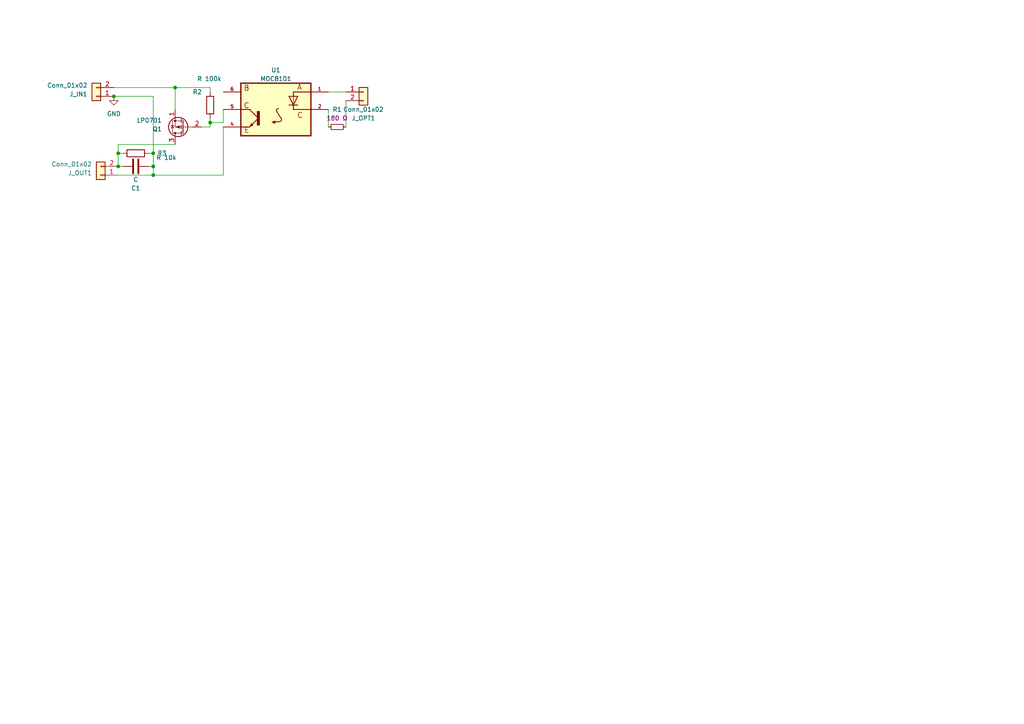
<source format=kicad_sch>
(kicad_sch (version 20220914) (generator eeschema)
  (paper "A4")
  (lib_symbols
    (symbol "Connector_Generic:Conn_01x02" (pin_names (offset 1.016) hide)
      (property "Reference" "J" (at 0 2.54 0))
      (property "Value" "Conn_01x02" (at 0 -5.08 0))
      (symbol "Conn_01x02_1_1"
        (rectangle (start -1.27 -2.413) (end 0 -2.667) (stroke (width 0.1524)))
        (rectangle (start -1.27 0.127) (end 0 -0.127) (stroke (width 0.1524)))
        (rectangle (start -1.27 1.27) (end 1.27 -3.81) (stroke (width 0.254)) (fill (type background)))
        (pin passive line (at -5.08 0 0) (length 3.81) (name "Pin_1") (number "1"))
        (pin passive line (at -5.08 -2.54 0) (length 3.81) (name "Pin_2") (number "2"))
      )
    )
    (symbol "Device:C" (pin_numbers hide) (pin_names (offset 0.254))
      (property "Reference" "C" (at 0.635 2.54 0))
      (property "Value" "C" (at 0.635 -2.54 0))
      (symbol "C_0_1"
        (polyline (pts (xy -2.032 -0.762) (xy 2.032 -0.762)) (stroke (width 0.508)))
        (polyline (pts (xy -2.032 0.762) (xy 2.032 0.762)) (stroke (width 0.508)))
      )
      (symbol "C_1_1"
        (pin passive line (at 0 3.81 270) (length 2.794) (name "~") (number "1"))
        (pin passive line (at 0 -3.81 90) (length 2.794) (name "~") (number "2"))
      )
    )
    (symbol "Device:R" (pin_numbers hide) (pin_names (offset 0))
      (property "Reference" "R" (at 2.032 0 90))
      (property "Value" "R" (at 0 0 90))
      (symbol "R_0_1"
        (rectangle (start -1.016 -2.54) (end 1.016 2.54) (stroke (width 0.254)))
      )
      (symbol "R_1_1"
        (pin passive line (at 0 3.81 270) (length 1.27) (name "~") (number "1"))
        (pin passive line (at 0 -3.81 90) (length 1.27) (name "~") (number "2"))
      )
    )
    (symbol "localparts:LP0701" (pin_names hide)
      (property "Reference" "Q" (at 5.08 1.905 0))
      (property "Value" "LP0701" (at 5.08 0 0))
      (symbol "LP0701_0_1"
        (polyline (pts (xy 0.254 0) (xy -2.54 0)))
        (polyline (pts (xy 0.254 1.905) (xy 0.254 -1.905)) (stroke (width 0.254)))
        (polyline (pts (xy 0.762 -1.27) (xy 0.762 -2.286)) (stroke (width 0.254)))
        (polyline (pts (xy 0.762 0.508) (xy 0.762 -0.508)) (stroke (width 0.254)))
        (polyline (pts (xy 0.762 2.286) (xy 0.762 1.27)) (stroke (width 0.254)))
        (polyline (pts (xy 2.54 2.54) (xy 2.54 1.778)))
        (polyline (pts (xy 2.54 -2.54) (xy 2.54 0) (xy 0.762 0)))
        (polyline (pts (xy 0.762 1.778) (xy 3.302 1.778) (xy 3.302 -1.778) (xy 0.762 -1.778)))
        (polyline (pts (xy 2.286 0) (xy 1.27 0.381) (xy 1.27 -0.381) (xy 2.286 0)) (fill (type outline)))
        (polyline (pts (xy 2.794 -0.508) (xy 2.921 -0.381) (xy 3.683 -0.381) (xy 3.81 -0.254)))
        (polyline (pts (xy 3.302 -0.381) (xy 2.921 0.254) (xy 3.683 0.254) (xy 3.302 -0.381)))
        (circle (center 1.651 0) (radius 2.794) (stroke (width 0.254)))
        (circle (center 2.54 -1.778) (radius 0.254) (fill (type outline)))
        (circle (center 2.54 1.778) (radius 0.254) (fill (type outline)))
      )
      (symbol "LP0701_1_1"
        (pin passive line (at 2.54 -5.08 90) (length 2.54) (name "S") (number "1"))
        (pin input line (at -5.08 0 0) (length 2.54) (name "G") (number "2"))
        (pin passive line (at 2.54 5.08 270) (length 2.54) (name "D") (number "3"))
      )
    )
    (symbol "localparts:R_180_0603" (pin_numbers hide) (pin_names (offset 0.254) hide)
      (property "Reference" "R" (at -1.27 1.143 0))
      (property "Display" "180 Ω" (at -1.27 -1.016 0))
      (symbol "R_180_0603_0_1"
        (rectangle (start -0.762 1.778) (end 0.762 -1.778) (stroke (width 0.2032)))
      )
      (symbol "R_180_0603_1_1"
        (pin passive line (at 0 2.54 270) (length 0.762) (name "~") (number "1"))
        (pin passive line (at 0 -2.54 90) (length 0.762) (name "~") (number "2"))
      )
    )
    (symbol "localstuff:GND" (power) (pin_names (offset 0))
      (property "Value" "GND" (at 0 -3.81 0))
      (symbol "GND_0_1"
        (polyline (pts (xy 0 0) (xy 0 -1.27) (xy 1.27 -1.27) (xy 0 -2.54) (xy -1.27 -1.27) (xy 0 -1.27)))
      )
      (symbol "GND_1_1"
        (pin power_in line (at 0 0 270) (length 0) hide (name "GND") (number "1"))
      )
    )
    (symbol "localstuff:MOC8101" (pin_names (offset 1.016))
      (property "Reference" "U" (at -5.0872 8.1396 0))
      (property "Value" "MOC8101" (at -5.0875 -10.1751 0))
      (symbol "MOC8101_0_0"
        (rectangle (start -10.16 7.62) (end 10.16 -7.62) (stroke (width 0.4064)) (fill (type background)))
        (arc (start -1.524 -2.54) (mid -1.5843 -3.2043) (end -1.016 -3.556) (stroke (width 0.254)))
        (arc (start -1.524 -2.54) (mid -0.8458 -1.551) (end -0.254 -0.508) (stroke (width 0.254)))
        (arc (start -0.254 -0.508) (mid -0.2843 0.0221) (end -0.762 0.254) (stroke (width 0.254)))
        (polyline (pts (xy -10.16 5.08) (xy -5.08 5.08)) (stroke (width 0.254)))
        (polyline (pts (xy -5.08 0) (xy -10.16 0)) (stroke (width 0.254)))
        (polyline (pts (xy -5.08 1.27) (xy -6.35 1.27)) (stroke (width 0.254)))
        (polyline (pts (xy -5.08 1.27) (xy -6.35 3.81)) (stroke (width 0.254)))
        (polyline (pts (xy -5.08 1.27) (xy -5.08 0)) (stroke (width 0.254)))
        (polyline (pts (xy -5.08 3.81) (xy -6.35 3.81)) (stroke (width 0.254)))
        (polyline (pts (xy -5.08 3.81) (xy -5.08 1.27)) (stroke (width 0.1524)))
        (polyline (pts (xy -5.08 3.81) (xy -5.08 5.08)) (stroke (width 0.254)))
        (polyline (pts (xy -3.81 1.27) (xy -5.08 1.27)) (stroke (width 0.254)))
        (polyline (pts (xy -3.81 3.81) (xy -5.08 1.27)) (stroke (width 0.254)))
        (polyline (pts (xy -3.81 3.81) (xy -5.08 3.81)) (stroke (width 0.254)))
        (polyline (pts (xy 0.254 -3.556) (xy -1.016 -3.556)) (stroke (width 0.254)))
        (polyline (pts (xy 5.08 -2.54) (xy 7.62 -5.08)) (stroke (width 0.254)))
        (polyline (pts (xy 7.62 0) (xy 5.08 -2.54)) (stroke (width 0.254)))
        (polyline (pts (xy 10.16 -5.08) (xy 7.62 -5.08)) (stroke (width 0.254)))
        (polyline (pts (xy 10.16 0) (xy 7.62 0)) (stroke (width 0.254)))
        (polyline (pts (xy 1.143 -3.683) (xy 0.254 -3.302) (xy 0.254 -4.064) (xy 1.143 -3.683)) (stroke (width 0.1524)) (fill (type outline)))
        (polyline (pts (xy 7.493 -4.953) (xy 7.112 -4.064) (xy 6.604 -4.572) (xy 7.493 -4.953)) (stroke (width 0.1524)) (fill (type outline)))
        (rectangle (start 4.7052 -0.508) (end 5.461 -4.578) (stroke (width 0.1)) (fill (type outline)))
        (text "A" (at -7.6243 5.5912 0) (effects (font (size 1.5249 1.5249)) (justify left bottom)))
        (text "B" (at 7.6286 5.3401 0) (effects (font (size 1.5257 1.5257)) (justify left bottom)))
        (text "C" (at -7.874 -2.54 0) (effects (font (size 1.5256 1.5256)) (justify left bottom)))
        (text "C" (at 7.6342 0.2545 0) (effects (font (size 1.5268 1.5268)) (justify left bottom)))
        (text "E" (at 7.6265 -6.8638 0) (effects (font (size 1.5253 1.5253)) (justify left bottom)))
        (pin passive line (at -15.24 5.08 0) (length 5.08) (name "~") (number "1"))
        (pin passive line (at -15.24 0 0) (length 5.08) (name "~") (number "2"))
        (pin passive line (at 15.24 -5.08 180) (length 5.08) (name "~") (number "4"))
        (pin passive line (at 15.24 0 180) (length 5.08) (name "~") (number "5"))
        (pin passive line (at 15.24 5.08 180) (length 5.08) (name "~") (number "6"))
      )
    )
  )
  (junction (at 50.8 25.4))
  (junction (at 44.45 50.8))
  (junction (at 44.45 44.45))
  (junction (at 33.02 27.94))
  (junction (at 34.29 48.26))
  (junction (at 60.96 35.56))
  (junction (at 44.45 48.26))
  (junction (at 34.29 44.45))
  (wire (pts (xy 34.29 44.45) (xy 34.29 48.26)))
  (wire (pts (xy 64.77 50.8) (xy 44.45 50.8)))
  (wire (pts (xy 43.18 44.45) (xy 44.45 44.45)))
  (wire (pts (xy 64.77 36.83) (xy 64.77 50.8)))
  (wire (pts (xy 44.45 50.8) (xy 34.29 50.8)))
  (wire (pts (xy 64.77 31.75) (xy 64.77 35.56)))
  (wire (pts (xy 34.29 44.45) (xy 35.56 44.45)))
  (wire (pts (xy 60.96 35.56) (xy 60.96 36.83)))
  (wire (pts (xy 44.45 27.94) (xy 44.45 44.45)))
  (wire (pts (xy 60.96 36.83) (xy 58.42 36.83)))
  (wire (pts (xy 33.02 25.4) (xy 50.8 25.4)))
  (wire (pts (xy 95.25 26.67) (xy 100.33 26.67)))
  (wire (pts (xy 50.8 41.91) (xy 34.29 41.91)))
  (wire (pts (xy 44.45 27.94) (xy 33.02 27.94)))
  (wire (pts (xy 50.8 25.4) (xy 50.8 31.75)))
  (wire (pts (xy 50.8 25.4) (xy 60.96 25.4)))
  (wire (pts (xy 34.29 41.91) (xy 34.29 44.45)))
  (wire (pts (xy 95.25 31.75) (xy 95.25 36.83)))
  (wire (pts (xy 44.45 48.26) (xy 44.45 50.8)))
  (wire (pts (xy 100.33 29.21) (xy 100.33 36.83)))
  (wire (pts (xy 43.18 48.26) (xy 44.45 48.26)))
  (wire (pts (xy 64.77 35.56) (xy 60.96 35.56)))
  (wire (pts (xy 34.29 48.26) (xy 35.56 48.26)))
  (wire (pts (xy 60.96 34.29) (xy 60.96 35.56)))
  (wire (pts (xy 60.96 25.4) (xy 60.96 26.67)))
  (wire (pts (xy 44.45 44.45) (xy 44.45 48.26)))
  (symbol (lib_id "localstuff:GND") (at 33.02 27.94 0) (unit 1)
    (default_instance (reference "#PWR?") (unit 1) (value "GND") (footprint ""))
    (property "Reference" "#PWR0101" (effects hide))
    (property "Value" "GND" (at 33.02 33.02 0))
  )
  (symbol (lib_id "localparts:LP0701") (at 53.34 36.83 180) (unit 1)
    (default_instance (reference "Q1") (unit 1) (value "LP0701") (footprint "Package_TO_SOT_THT:TO-92_Inline"))
    (property "Reference" "Q1" (at 46.99 37.465 0) (effects (justify left)))
    (property "Value" "LP0701" (at 46.99 34.925 0) (effects (justify left)))
    (property "Footprint" "Package_TO_SOT_THT:TO-92_Inline" (effects hide))
  )
  (symbol (lib_id "Connector_Generic:Conn_01x02") (at 29.21 50.8 180) (unit 1)
    (default_instance (reference "J1") (unit 1) (value "Conn_01x02") (footprint ""))
    (property "Reference" "J_OUT1" (at 26.67 50.165 0) (effects (justify left)))
    (property "Value" "Conn_01x02" (at 26.67 47.625 0) (effects (justify left)))
    (property "Footprint" "localstuff:1X02_GN" (effects hide))
  )
  (symbol (lib_id "localparts:R_180_0603") (at 97.79 36.83 90) (unit 1)
    (default_instance (reference "R1") (unit 1) (value "R_180_0603") (footprint "Resistor_SMD:R_0603_1608Metric"))
    (property "Reference" "R1" (at 97.79 31.75 90))
    (property "Value" "R_180_0603" (effects hide))
    (property "Footprint" "Resistor_THT:R_Axial_DIN0204_L3.6mm_D1.6mm_P2.54mm_Vertical" (effects hide))
    (property "Display" "180 Ω" (at 97.79 34.29 90))
  )
  (symbol (lib_id "Connector_Generic:Conn_01x02") (at 27.94 27.94 180) (unit 1)
    (default_instance (reference "J1") (unit 1) (value "Conn_01x02") (footprint ""))
    (property "Reference" "J_IN1" (at 25.4 27.305 0) (effects (justify left)))
    (property "Value" "Conn_01x02" (at 25.4 24.765 0) (effects (justify left)))
    (property "Footprint" "localstuff:1X02_GN" (effects hide))
  )
  (symbol (lib_id "Connector_Generic:Conn_01x02") (at 105.41 26.67 0) (unit 1)
    (default_instance (reference "J1") (unit 1) (value "Conn_01x02") (footprint ""))
    (property "Reference" "J_OPT1" (at 105.41 34.29 0))
    (property "Value" "Conn_01x02" (at 105.41 31.75 0))
    (property "Footprint" "localstuff:1X02_GN" (effects hide))
  )
  (symbol (lib_id "Device:R") (at 60.96 30.48 0) (unit 1)
    (default_instance (reference "R2") (unit 1) (value "R") (footprint ""))
    (property "Reference" "R2" (at 55.88 26.67 0) (effects (justify left)))
    (property "Value" "R 100k" (at 57.15 22.86 0) (effects (justify left)))
    (property "Footprint" "Resistor_THT:R_Axial_DIN0204_L3.6mm_D1.6mm_P2.54mm_Vertical" (effects hide))
  )
  (symbol (lib_id "Device:R") (at 39.37 44.45 90) (unit 1)
    (default_instance (reference "R2") (unit 1) (value "R") (footprint ""))
    (property "Reference" "R3" (at 46.99 44.45 90))
    (property "Value" "R 10k" (at 48.26 45.72 90))
    (property "Footprint" "Resistor_THT:R_Axial_DIN0204_L3.6mm_D1.6mm_P2.54mm_Vertical" (effects hide))
  )
  (symbol (lib_id "Device:C") (at 39.37 48.26 90) (unit 1)
    (default_instance (reference "C1") (unit 1) (value "C") (footprint ""))
    (property "Reference" "C1" (at 39.37 54.61 90))
    (property "Value" "C" (at 39.37 52.07 90))
    (property "Footprint" "Capacitor_THT:C_Disc_D5.0mm_W2.5mm_P5.00mm" (effects hide))
  )
  (symbol (lib_id "localstuff:MOC8101") (at 80.01 31.75 0) (mirror y) (unit 1)
    (default_instance (reference "U1") (unit 1) (value "MOC8101") (footprint "Package_DIP:DIP-6_W7.62mm"))
    (property "Reference" "U1" (at 80.01 20.32 0))
    (property "Value" "MOC8101" (at 80.01 22.86 0))
    (property "Footprint" "Package_DIP:DIP-6_W7.62mm" (effects hide))
    (property "MANUFACTURER" "Vishay" (effects hide))
  )
)
</source>
